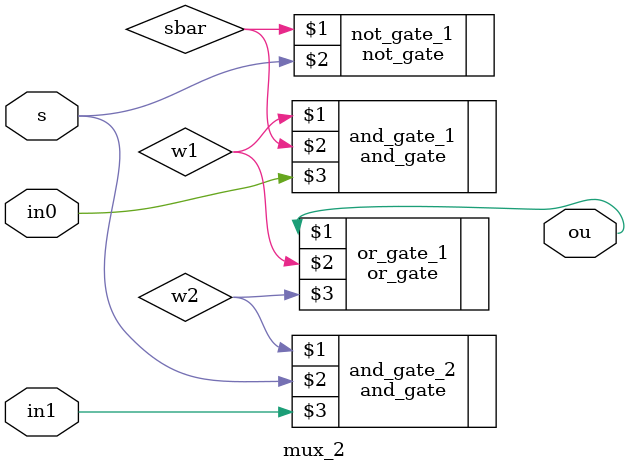
<source format=v>
module mux_2(
  ou,in0,in1,s
);
    input in0,in1,s;
    output ou;
    wire sbar,w1,w2;
    not_gate not_gate_1(sbar,s);
    and_gate and_gate_1(w1,sbar,in0);
    and_gate and_gate_2(w2,s,in1);
    or_gate or_gate_1(ou,w1,w2);
endmodule // mux_2
</source>
